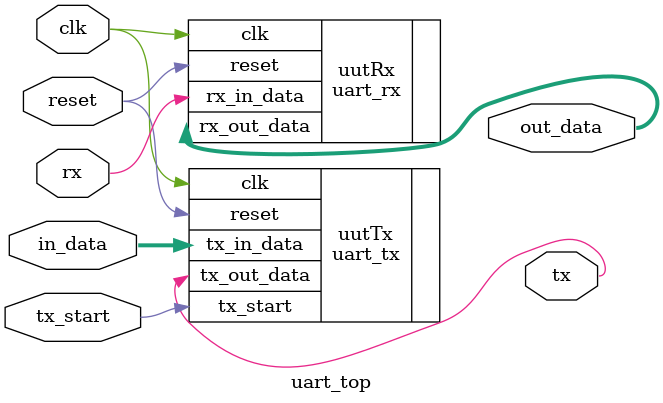
<source format=v>
`timescale 1ns / 1ps

module uart_top(
    input wire clk,
    input wire reset,
    input wire tx_start,
    input wire [7:0] in_data,
    input wire rx,
    output wire [7:0] out_data,
    output wire tx
);

    // UART Transmitter instance
    uart_tx uutTx (.clk(clk), .reset(reset), .tx_start(tx_start), .tx_in_data(in_data), .tx_out_data(tx));

    // UART Receiver instance
    uart_rx uutRx (.clk(clk), .reset(reset), .rx_in_data(rx), .rx_out_data(out_data));

endmodule

</source>
